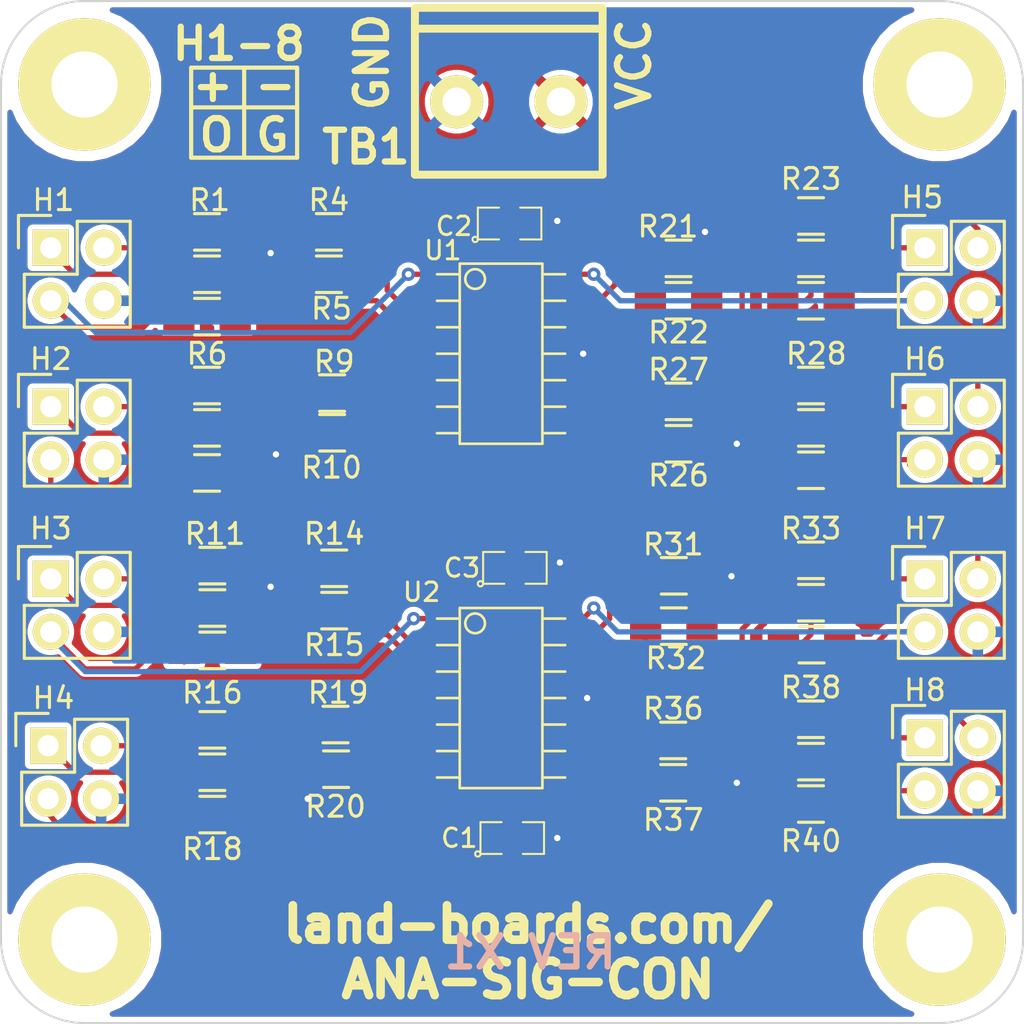
<source format=kicad_pcb>
(kicad_pcb (version 20171130) (host pcbnew "(5.1.5)-3")
  (layers (0 F.Cu signal hide) (31 B.Cu signal) (36 B.SilkS user) (37 F.SilkS user) (38 B.Mask user) (39 F.Mask user) (44 Edge.Cuts user))
  (net 0 "")
  (net 1 GND)
  (net 2 VAA)
  (net 3 "Net-(R1-Pad2)")
  (net 4 "Net-(R10-Pad2)")
  (net 5 "Net-(R11-Pad2)")
  (net 6 "Net-(R21-Pad2)")
  (net 7 "Net-(R31-Pad2)")
  (net 8 "Net-(R2-Pad2)")
  (net 9 "Net-(R12-Pad2)")
  (net 10 "Net-(R16-Pad2)")
  (net 11 "Net-(R17-Pad2)")
  (net 12 "Net-(R22-Pad2)")
  (net 13 "Net-(R26-Pad2)")
  (net 14 "Net-(R32-Pad2)")
  (net 15 "Net-(R36-Pad2)")
  (net 16 /I1+)
  (net 17 /I1-)
  (net 18 /O1)
  (net 19 /I2+)
  (net 20 /I2-)
  (net 21 /O2)
  (net 22 /I3+)
  (net 23 /I3-)
  (net 24 /O3)
  (net 25 /I4+)
  (net 26 /I4-)
  (net 27 /O4)
  (net 28 /I5+)
  (net 29 /I5-)
  (net 30 /O5)
  (net 31 /I6+)
  (net 32 /I6-)
  (net 33 /O6)
  (net 34 /I7+)
  (net 35 /I7-)
  (net 36 /O7)
  (net 37 /I8+)
  (net 38 /I8-)
  (net 39 /O8)
  (net 40 "Net-(R7-Pad2)")
  (net 41 "Net-(R27-Pad2)")
  (net 42 "Net-(R37-Pad2)")
  (module SM0805 (layer F.Cu) (at 54.638 52.178)
    (fp_text reference C3 (at -2.54 0) (layer F.SilkS) (effects (font (size 0.889 0.889) (thickness 0.1397))))
    (fp_text value C hide)
    (pad 1 smd rect (at -0.9525 0) (size 0.889 1.397) (layers F.Cu F.Mask) (net 2 VAA))
    (pad 2 smd rect (at 0.9525 0) (size 0.889 1.397) (layers F.Cu F.Mask) (net 1 GND))
  )
  (module SM0805 (layer F.Cu) (at 54.384 35.668)
    (fp_text reference C2 (at -2.667 0.127) (layer F.SilkS) (effects (font (size 0.889 0.889) (thickness 0.1397))))
    (fp_text value C hide)
    (pad 1 smd rect (at -0.9525 0) (size 0.889 1.397) (layers F.Cu F.Mask) (net 2 VAA))
    (pad 2 smd rect (at 0.9525 0) (size 0.889 1.397) (layers F.Cu F.Mask) (net 1 GND))
  )
  (module MTG-4-40 (layer F.Cu) (at 34 29)
    (fp_text reference MTG4 hide)
    (fp_text value CONN_1 hide)
    (pad 1 thru_hole circle (at 0 0) (size 6.35 6.35) (drill 3.175) (layers *.Cu *.Mask F.SilkS) (clearance 0.508))
  )
  (module MTG-4-40 (layer F.Cu) (at 75 29)
    (fp_text reference MTG3 hide)
    (fp_text value CONN_1 hide)
    (pad 1 thru_hole circle (at 0 0) (size 6.35 6.35) (drill 3.175) (layers *.Cu *.Mask F.SilkS) (clearance 0.508))
  )
  (module MTG-4-40 (layer F.Cu) (at 34 70)
    (fp_text reference MTG2 hide)
    (fp_text value CONN_1 hide)
    (pad 1 thru_hole circle (at 0 0) (size 6.35 6.35) (drill 3.175) (layers *.Cu *.Mask F.SilkS) (clearance 0.508))
  )
  (module MTG-4-40 (layer F.Cu) (at 75 70)
    (fp_text reference MTG1 hide)
    (fp_text value CONN_1 hide)
    (pad 1 thru_hole circle (at 0 0) (size 6.35 6.35) (drill 3.175) (layers *.Cu *.Mask F.SilkS) (clearance 0.508))
  )
  (module so-14 (layer F.Cu) (at 53.975 41.91 270)
    (fp_text reference U1 (at -4.953 2.794) (layer F.SilkS) (effects (font (size 0.889 0.889) (thickness 0.1397))))
    (fp_text value LM324N hide)
    (pad 1 smd rect (at -3.81 2.794 270) (size 0.635 1.27) (layers F.Cu F.Mask) (net 18 /O1))
    (pad 2 smd rect (at -2.54 2.794 270) (size 0.635 1.27) (layers F.Cu F.Mask) (net 3 "Net-(R1-Pad2)"))
    (pad 3 smd rect (at -1.27 2.794 270) (size 0.635 1.27) (layers F.Cu F.Mask) (net 8 "Net-(R2-Pad2)"))
    (pad 4 smd rect (at 0 2.794 270) (size 0.635 1.27) (layers F.Cu F.Mask) (net 2 VAA))
    (pad 5 smd rect (at 1.27 2.794 270) (size 0.635 1.27) (layers F.Cu F.Mask) (net 40 "Net-(R7-Pad2)"))
    (pad 6 smd rect (at 2.54 2.794 270) (size 0.635 1.27) (layers F.Cu F.Mask) (net 4 "Net-(R10-Pad2)"))
    (pad 7 smd rect (at 3.81 2.794 270) (size 0.635 1.27) (layers F.Cu F.Mask) (net 21 /O2))
    (pad 8 smd rect (at 3.81 -2.794 270) (size 0.635 1.27) (layers F.Cu F.Mask) (net 33 /O6))
    (pad 9 smd rect (at 2.54 -2.794 270) (size 0.635 1.27) (layers F.Cu F.Mask) (net 13 "Net-(R26-Pad2)"))
    (pad 10 smd rect (at 1.27 -2.794 270) (size 0.635 1.27) (layers F.Cu F.Mask) (net 41 "Net-(R27-Pad2)"))
    (pad 11 smd rect (at 0 -2.794 270) (size 0.635 1.27) (layers F.Cu F.Mask) (net 1 GND))
    (pad 12 smd rect (at -1.27 -2.794 270) (size 0.635 1.27) (layers F.Cu F.Mask) (net 12 "Net-(R22-Pad2)"))
    (pad 13 smd rect (at -2.54 -2.794 270) (size 0.635 1.27) (layers F.Cu F.Mask) (net 6 "Net-(R21-Pad2)"))
    (pad 14 smd rect (at -3.81 -2.794 270) (size 0.635 1.27) (layers F.Cu F.Mask) (net 30 /O5))
  )
  (module SM0805 (layer F.Cu) (at 54.511 65.132)
    (fp_text reference C1 (at -2.54 0) (layer F.SilkS) (effects (font (size 0.889 0.889) (thickness 0.1397))))
    (fp_text value C hide)
    (pad 1 smd rect (at -0.9525 0) (size 0.889 1.397) (layers F.Cu F.Mask) (net 2 VAA))
    (pad 2 smd rect (at 0.9525 0) (size 0.889 1.397) (layers F.Cu F.Mask) (net 1 GND))
  )
  (module so-14 (layer F.Cu) (at 53.975 58.42 270)
    (fp_text reference U2 (at -5.08 3.81) (layer F.SilkS) (effects (font (size 0.889 0.889) (thickness 0.1397))))
    (fp_text value LM324N hide)
    (pad 1 smd rect (at -3.81 2.794 270) (size 0.635 1.27) (layers F.Cu F.Mask) (net 24 /O3))
    (pad 2 smd rect (at -2.54 2.794 270) (size 0.635 1.27) (layers F.Cu F.Mask) (net 5 "Net-(R11-Pad2)"))
    (pad 3 smd rect (at -1.27 2.794 270) (size 0.635 1.27) (layers F.Cu F.Mask) (net 9 "Net-(R12-Pad2)"))
    (pad 4 smd rect (at 0 2.794 270) (size 0.635 1.27) (layers F.Cu F.Mask) (net 2 VAA))
    (pad 5 smd rect (at 1.27 2.794 270) (size 0.635 1.27) (layers F.Cu F.Mask) (net 11 "Net-(R17-Pad2)"))
    (pad 6 smd rect (at 2.54 2.794 270) (size 0.635 1.27) (layers F.Cu F.Mask) (net 10 "Net-(R16-Pad2)"))
    (pad 7 smd rect (at 3.81 2.794 270) (size 0.635 1.27) (layers F.Cu F.Mask) (net 27 /O4))
    (pad 8 smd rect (at 3.81 -2.794 270) (size 0.635 1.27) (layers F.Cu F.Mask) (net 39 /O8))
    (pad 9 smd rect (at 2.54 -2.794 270) (size 0.635 1.27) (layers F.Cu F.Mask) (net 42 "Net-(R37-Pad2)"))
    (pad 10 smd rect (at 1.27 -2.794 270) (size 0.635 1.27) (layers F.Cu F.Mask) (net 15 "Net-(R36-Pad2)"))
    (pad 11 smd rect (at 0 -2.794 270) (size 0.635 1.27) (layers F.Cu F.Mask) (net 1 GND))
    (pad 12 smd rect (at -1.27 -2.794 270) (size 0.635 1.27) (layers F.Cu F.Mask) (net 14 "Net-(R32-Pad2)"))
    (pad 13 smd rect (at -2.54 -2.794 270) (size 0.635 1.27) (layers F.Cu F.Mask) (net 7 "Net-(R31-Pad2)"))
    (pad 14 smd rect (at -3.81 -2.794 270) (size 0.635 1.27) (layers F.Cu F.Mask) (net 36 /O7))
  )
  (module dougsLib:TB2-5MM (layer F.Cu) (at 51.844 29.826)
    (fp_text reference TB1 (at -4.346 2.178) (layer F.SilkS) (effects (font (size 1.524 1.524) (thickness 0.3048))))
    (fp_text value CONN_2 hide)
    (pad 1 thru_hole circle (at 0 0) (size 2.54 2.54) (drill 1.3589) (layers *.Cu *.Mask F.SilkS) (net 1 GND))
    (pad 2 thru_hole circle (at 5 0) (size 2.54 2.54) (drill 1.3589) (layers *.Cu *.Mask F.SilkS) (net 2 VAA))
  )
  (module Resistors_SMD:R_0805_HandSoldering (layer F.Cu) (at 39.878 38.1)
    (fp_text reference R2 hide)
    (fp_text value 1K hide)
    (pad 1 smd rect (at -1.35 0) (size 1.5 1.3) (layers F.Cu F.Mask) (net 16 /I1+))
    (pad 2 smd rect (at 1.35 0) (size 1.5 1.3) (layers F.Cu F.Mask) (net 8 "Net-(R2-Pad2)"))
  )
  (module Resistors_SMD:R_0805_HandSoldering (layer F.Cu) (at 45.72 38.1)
    (fp_text reference R5 (at 0.127 1.651) (layer F.SilkS))
    (fp_text value 1K hide)
    (pad 1 smd rect (at -1.35 0) (size 1.5 1.3) (layers F.Cu F.Mask) (net 1 GND))
    (pad 2 smd rect (at 1.35 0) (size 1.5 1.3) (layers F.Cu F.Mask) (net 8 "Net-(R2-Pad2)"))
  )
  (module Resistors_SMD:R_0805_HandSoldering (layer F.Cu) (at 45.72 36.068)
    (fp_text reference R4 (at 0 -1.524) (layer F.SilkS))
    (fp_text value 1K hide)
    (pad 1 smd rect (at -1.35 0) (size 1.5 1.3) (layers F.Cu F.Mask) (net 1 GND))
    (pad 2 smd rect (at 1.35 0) (size 1.5 1.3) (layers F.Cu F.Mask) (net 3 "Net-(R1-Pad2)"))
  )
  (module Resistors_SMD:R_0805_HandSoldering (layer F.Cu) (at 39.878 36.068)
    (fp_text reference R1 (at 0.127 -1.524) (layer F.SilkS))
    (fp_text value 1K hide)
    (pad 1 smd rect (at -1.35 0) (size 1.5 1.3) (layers F.Cu F.Mask) (net 17 /I1-))
    (pad 2 smd rect (at 1.35 0) (size 1.5 1.3) (layers F.Cu F.Mask) (net 3 "Net-(R1-Pad2)"))
  )
  (module Resistors_SMD:R_0805_HandSoldering (layer F.Cu) (at 39.878 45.466)
    (fp_text reference R7 hide)
    (fp_text value 1K hide)
    (pad 1 smd rect (at -1.35 0) (size 1.5 1.3) (layers F.Cu F.Mask) (net 19 /I2+))
    (pad 2 smd rect (at 1.35 0) (size 1.5 1.3) (layers F.Cu F.Mask) (net 40 "Net-(R7-Pad2)"))
  )
  (module Resistors_SMD:R_0805_HandSoldering (layer F.Cu) (at 45.875 43.796)
    (fp_text reference R9 (at 0.099 -1.505) (layer F.SilkS))
    (fp_text value 1K hide)
    (pad 1 smd rect (at -1.35 0) (size 1.5 1.3) (layers F.Cu F.Mask) (net 1 GND))
    (pad 2 smd rect (at 1.35 0) (size 1.5 1.3) (layers F.Cu F.Mask) (net 40 "Net-(R7-Pad2)"))
  )
  (module Resistors_SMD:R_0805_HandSoldering (layer F.Cu) (at 45.875 45.701)
    (fp_text reference R10 (at -0.028 1.67) (layer F.SilkS))
    (fp_text value 1K hide)
    (pad 1 smd rect (at -1.35 0) (size 1.5 1.3) (layers F.Cu F.Mask) (net 1 GND))
    (pad 2 smd rect (at 1.35 0) (size 1.5 1.3) (layers F.Cu F.Mask) (net 4 "Net-(R10-Pad2)"))
  )
  (module Resistors_SMD:R_0805_HandSoldering (layer F.Cu) (at 39.878 43.434)
    (fp_text reference R6 (at 0 -1.524) (layer F.SilkS))
    (fp_text value 1K hide)
    (pad 1 smd rect (at -1.35 0) (size 1.5 1.3) (layers F.Cu F.Mask) (net 20 /I2-))
    (pad 2 smd rect (at 1.35 0) (size 1.5 1.3) (layers F.Cu F.Mask) (net 4 "Net-(R10-Pad2)"))
  )
  (module Resistors_SMD:R_0805_HandSoldering (layer F.Cu) (at 68.834 45.466 180)
    (fp_text reference R29 hide)
    (fp_text value 1K hide)
    (pad 1 smd rect (at -1.35 0 180) (size 1.5 1.3) (layers F.Cu F.Mask) (net 31 /I6+))
    (pad 2 smd rect (at 1.35 0 180) (size 1.5 1.3) (layers F.Cu F.Mask) (net 41 "Net-(R27-Pad2)"))
  )
  (module Resistors_SMD:R_0805_HandSoldering (layer F.Cu) (at 62.484 44.196 180)
    (fp_text reference R27 (at 0 1.524 180) (layer F.SilkS))
    (fp_text value 1K hide)
    (pad 1 smd rect (at -1.35 0 180) (size 1.5 1.3) (layers F.Cu F.Mask) (net 1 GND))
    (pad 2 smd rect (at 1.35 0 180) (size 1.5 1.3) (layers F.Cu F.Mask) (net 41 "Net-(R27-Pad2)"))
  )
  (module Resistors_SMD:R_0805_HandSoldering (layer F.Cu) (at 62.484 46.228 180)
    (fp_text reference R26 (at 0 -1.524 180) (layer F.SilkS))
    (fp_text value 1K hide)
    (pad 1 smd rect (at -1.35 0 180) (size 1.5 1.3) (layers F.Cu F.Mask) (net 1 GND))
    (pad 2 smd rect (at 1.35 0 180) (size 1.5 1.3) (layers F.Cu F.Mask) (net 13 "Net-(R26-Pad2)"))
  )
  (module Resistors_SMD:R_0805_HandSoldering (layer F.Cu) (at 68.834 43.434 180)
    (fp_text reference R28 (at -0.254 1.524 180) (layer F.SilkS))
    (fp_text value 1K hide)
    (pad 1 smd rect (at -1.35 0 180) (size 1.5 1.3) (layers F.Cu F.Mask) (net 32 /I6-))
    (pad 2 smd rect (at 1.35 0 180) (size 1.5 1.3) (layers F.Cu F.Mask) (net 13 "Net-(R26-Pad2)"))
  )
  (module Resistors_SMD:R_0805_HandSoldering (layer F.Cu) (at 68.834 37.338 180)
    (fp_text reference R24 hide)
    (fp_text value 1K hide)
    (pad 1 smd rect (at -1.35 0 180) (size 1.5 1.3) (layers F.Cu F.Mask) (net 28 /I5+))
    (pad 2 smd rect (at 1.35 0 180) (size 1.5 1.3) (layers F.Cu F.Mask) (net 12 "Net-(R22-Pad2)"))
  )
  (module Resistors_SMD:R_0805_HandSoldering (layer F.Cu) (at 62.484 39.37 180)
    (fp_text reference R22 (at 0 -1.524 180) (layer F.SilkS))
    (fp_text value 1K hide)
    (pad 1 smd rect (at -1.35 0 180) (size 1.5 1.3) (layers F.Cu F.Mask) (net 1 GND))
    (pad 2 smd rect (at 1.35 0 180) (size 1.5 1.3) (layers F.Cu F.Mask) (net 12 "Net-(R22-Pad2)"))
  )
  (module Resistors_SMD:R_0805_HandSoldering (layer F.Cu) (at 62.484 37.338 180)
    (fp_text reference R21 (at 0.508 1.524 180) (layer F.SilkS))
    (fp_text value 1K hide)
    (pad 1 smd rect (at -1.35 0 180) (size 1.5 1.3) (layers F.Cu F.Mask) (net 1 GND))
    (pad 2 smd rect (at 1.35 0 180) (size 1.5 1.3) (layers F.Cu F.Mask) (net 6 "Net-(R21-Pad2)"))
  )
  (module Resistors_SMD:R_0805_HandSoldering (layer F.Cu) (at 68.834 35.306 180)
    (fp_text reference R23 (at 0 1.778 180) (layer F.SilkS))
    (fp_text value 1K hide)
    (pad 1 smd rect (at -1.35 0 180) (size 1.5 1.3) (layers F.Cu F.Mask) (net 29 /I5-))
    (pad 2 smd rect (at 1.35 0 180) (size 1.5 1.3) (layers F.Cu F.Mask) (net 6 "Net-(R21-Pad2)"))
  )
  (module Resistors_SMD:R_0805_HandSoldering (layer F.Cu) (at 39.878 47.625 180)
    (fp_text reference R8 hide)
    (fp_text value 1M hide)
    (pad 1 smd rect (at -1.35 0 180) (size 1.5 1.3) (layers F.Cu F.Mask) (net 4 "Net-(R10-Pad2)"))
    (pad 2 smd rect (at 1.35 0 180) (size 1.5 1.3) (layers F.Cu F.Mask) (net 21 /O2))
  )
  (module Resistors_SMD:R_0805_HandSoldering (layer F.Cu) (at 39.878 40.132 180)
    (fp_text reference R3 hide)
    (fp_text value 1M hide)
    (pad 1 smd rect (at -1.35 0 180) (size 1.5 1.3) (layers F.Cu F.Mask) (net 3 "Net-(R1-Pad2)"))
    (pad 2 smd rect (at 1.35 0 180) (size 1.5 1.3) (layers F.Cu F.Mask) (net 18 /O1))
  )
  (module Resistors_SMD:R_0805_HandSoldering (layer F.Cu) (at 68.834 39.37)
    (fp_text reference R25 hide)
    (fp_text value 1M hide)
    (pad 1 smd rect (at -1.35 0) (size 1.5 1.3) (layers F.Cu F.Mask) (net 6 "Net-(R21-Pad2)"))
    (pad 2 smd rect (at 1.35 0) (size 1.5 1.3) (layers F.Cu F.Mask) (net 30 /O5))
  )
  (module Resistors_SMD:R_0805_HandSoldering (layer F.Cu) (at 68.834 47.498)
    (fp_text reference R30 hide)
    (fp_text value 1M hide)
    (pad 1 smd rect (at -1.35 0) (size 1.5 1.3) (layers F.Cu F.Mask) (net 13 "Net-(R26-Pad2)"))
    (pad 2 smd rect (at 1.35 0) (size 1.5 1.3) (layers F.Cu F.Mask) (net 33 /O6))
  )
  (module Resistors_SMD:R_0805_HandSoldering (layer F.Cu) (at 40.132 54.102)
    (fp_text reference R12 hide)
    (fp_text value 1K hide)
    (pad 1 smd rect (at -1.35 0) (size 1.5 1.3) (layers F.Cu F.Mask) (net 22 /I3+))
    (pad 2 smd rect (at 1.35 0) (size 1.5 1.3) (layers F.Cu F.Mask) (net 9 "Net-(R12-Pad2)"))
  )
  (module Resistors_SMD:R_0805_HandSoldering (layer F.Cu) (at 45.974 54.229)
    (fp_text reference R15 (at 0 1.651) (layer F.SilkS))
    (fp_text value 1K hide)
    (pad 1 smd rect (at -1.35 0) (size 1.5 1.3) (layers F.Cu F.Mask) (net 1 GND))
    (pad 2 smd rect (at 1.35 0) (size 1.5 1.3) (layers F.Cu F.Mask) (net 9 "Net-(R12-Pad2)"))
  )
  (module Resistors_SMD:R_0805_HandSoldering (layer F.Cu) (at 45.974 52.197)
    (fp_text reference R14 (at 0 -1.651) (layer F.SilkS))
    (fp_text value 1K hide)
    (pad 1 smd rect (at -1.35 0) (size 1.5 1.3) (layers F.Cu F.Mask) (net 1 GND))
    (pad 2 smd rect (at 1.35 0) (size 1.5 1.3) (layers F.Cu F.Mask) (net 5 "Net-(R11-Pad2)"))
  )
  (module Resistors_SMD:R_0805_HandSoldering (layer F.Cu) (at 40.132 52.07)
    (fp_text reference R11 (at 0.127 -1.524) (layer F.SilkS))
    (fp_text value 1K hide)
    (pad 1 smd rect (at -1.35 0) (size 1.5 1.3) (layers F.Cu F.Mask) (net 23 /I3-))
    (pad 2 smd rect (at 1.35 0) (size 1.5 1.3) (layers F.Cu F.Mask) (net 5 "Net-(R11-Pad2)"))
  )
  (module Resistors_SMD:R_0805_HandSoldering (layer F.Cu) (at 40.132 61.976)
    (fp_text reference R17 hide)
    (fp_text value 1K hide)
    (pad 1 smd rect (at -1.35 0) (size 1.5 1.3) (layers F.Cu F.Mask) (net 25 /I4+))
    (pad 2 smd rect (at 1.35 0) (size 1.5 1.3) (layers F.Cu F.Mask) (net 11 "Net-(R17-Pad2)"))
  )
  (module Resistors_SMD:R_0805_HandSoldering (layer F.Cu) (at 46.0375 59.69)
    (fp_text reference R19 (at 0.127 -1.524) (layer F.SilkS))
    (fp_text value 1K hide)
    (pad 1 smd rect (at -1.35 0) (size 1.5 1.3) (layers F.Cu F.Mask) (net 1 GND))
    (pad 2 smd rect (at 1.35 0) (size 1.5 1.3) (layers F.Cu F.Mask) (net 11 "Net-(R17-Pad2)"))
  )
  (module Resistors_SMD:R_0805_HandSoldering (layer F.Cu) (at 46.0655 61.83)
    (fp_text reference R20 (at -0.028 1.797) (layer F.SilkS))
    (fp_text value 1K hide)
    (pad 1 smd rect (at -1.35 0) (size 1.5 1.3) (layers F.Cu F.Mask) (net 1 GND))
    (pad 2 smd rect (at 1.35 0) (size 1.5 1.3) (layers F.Cu F.Mask) (net 10 "Net-(R16-Pad2)"))
  )
  (module Resistors_SMD:R_0805_HandSoldering (layer F.Cu) (at 40.132 59.944)
    (fp_text reference R16 (at 0 -1.778) (layer F.SilkS))
    (fp_text value 1K hide)
    (pad 1 smd rect (at -1.35 0) (size 1.5 1.3) (layers F.Cu F.Mask) (net 26 /I4-))
    (pad 2 smd rect (at 1.35 0) (size 1.5 1.3) (layers F.Cu F.Mask) (net 10 "Net-(R16-Pad2)"))
  )
  (module Resistors_SMD:R_0805_HandSoldering (layer F.Cu) (at 68.834 61.468 180)
    (fp_text reference R39 hide)
    (fp_text value 1K hide)
    (pad 1 smd rect (at -1.35 0 180) (size 1.5 1.3) (layers F.Cu F.Mask) (net 37 /I8+))
    (pad 2 smd rect (at 1.35 0 180) (size 1.5 1.3) (layers F.Cu F.Mask) (net 15 "Net-(R36-Pad2)"))
  )
  (module Resistors_SMD:R_0805_HandSoldering (layer F.Cu) (at 62.23 60.452 180)
    (fp_text reference R36 (at 0 1.524 180) (layer F.SilkS))
    (fp_text value 1K hide)
    (pad 1 smd rect (at -1.35 0 180) (size 1.5 1.3) (layers F.Cu F.Mask) (net 1 GND))
    (pad 2 smd rect (at 1.35 0 180) (size 1.5 1.3) (layers F.Cu F.Mask) (net 15 "Net-(R36-Pad2)"))
  )
  (module Resistors_SMD:R_0805_HandSoldering (layer F.Cu) (at 62.23 62.484 180)
    (fp_text reference R37 (at 0 -1.778 180) (layer F.SilkS))
    (fp_text value 1K hide)
    (pad 1 smd rect (at -1.35 0 180) (size 1.5 1.3) (layers F.Cu F.Mask) (net 1 GND))
    (pad 2 smd rect (at 1.35 0 180) (size 1.5 1.3) (layers F.Cu F.Mask) (net 42 "Net-(R37-Pad2)"))
  )
  (module Resistors_SMD:R_0805_HandSoldering (layer F.Cu) (at 68.834 59.436 180)
    (fp_text reference R38 (at 0 1.524 180) (layer F.SilkS))
    (fp_text value 1K hide)
    (pad 1 smd rect (at -1.35 0 180) (size 1.5 1.3) (layers F.Cu F.Mask) (net 38 /I8-))
    (pad 2 smd rect (at 1.35 0 180) (size 1.5 1.3) (layers F.Cu F.Mask) (net 42 "Net-(R37-Pad2)"))
  )
  (module Resistors_SMD:R_0805_HandSoldering (layer F.Cu) (at 68.834 53.848 180)
    (fp_text reference R34 hide)
    (fp_text value 1K hide)
    (pad 1 smd rect (at -1.35 0 180) (size 1.5 1.3) (layers F.Cu F.Mask) (net 34 /I7+))
    (pad 2 smd rect (at 1.35 0 180) (size 1.5 1.3) (layers F.Cu F.Mask) (net 14 "Net-(R32-Pad2)"))
  )
  (module Resistors_SMD:R_0805_HandSoldering (layer F.Cu) (at 62.258 54.972 180)
    (fp_text reference R32 (at -0.099 -1.543 180) (layer F.SilkS))
    (fp_text value 1K hide)
    (pad 1 smd rect (at -1.35 0 180) (size 1.5 1.3) (layers F.Cu F.Mask) (net 1 GND))
    (pad 2 smd rect (at 1.35 0 180) (size 1.5 1.3) (layers F.Cu F.Mask) (net 14 "Net-(R32-Pad2)"))
  )
  (module Resistors_SMD:R_0805_HandSoldering (layer F.Cu) (at 62.258 52.559 180)
    (fp_text reference R31 (at 0.028 1.505 180) (layer F.SilkS))
    (fp_text value 1K hide)
    (pad 1 smd rect (at -1.35 0 180) (size 1.5 1.3) (layers F.Cu F.Mask) (net 1 GND))
    (pad 2 smd rect (at 1.35 0 180) (size 1.5 1.3) (layers F.Cu F.Mask) (net 7 "Net-(R31-Pad2)"))
  )
  (module Resistors_SMD:R_0805_HandSoldering (layer F.Cu) (at 68.834 51.816 180)
    (fp_text reference R33 (at 0 1.524 180) (layer F.SilkS))
    (fp_text value 1K hide)
    (pad 1 smd rect (at -1.35 0 180) (size 1.5 1.3) (layers F.Cu F.Mask) (net 35 /I7-))
    (pad 2 smd rect (at 1.35 0 180) (size 1.5 1.3) (layers F.Cu F.Mask) (net 7 "Net-(R31-Pad2)"))
  )
  (module Resistors_SMD:R_0805_HandSoldering (layer F.Cu) (at 40.132 64.008 180)
    (fp_text reference R18 (at 0 -1.651 180) (layer F.SilkS))
    (fp_text value 1M hide)
    (pad 1 smd rect (at -1.35 0 180) (size 1.5 1.3) (layers F.Cu F.Mask) (net 10 "Net-(R16-Pad2)"))
    (pad 2 smd rect (at 1.35 0 180) (size 1.5 1.3) (layers F.Cu F.Mask) (net 27 /O4))
  )
  (module Resistors_SMD:R_0805_HandSoldering (layer F.Cu) (at 68.834 63.5)
    (fp_text reference R40 (at 0 1.778) (layer F.SilkS))
    (fp_text value 1M hide)
    (pad 1 smd rect (at -1.35 0) (size 1.5 1.3) (layers F.Cu F.Mask) (net 42 "Net-(R37-Pad2)"))
    (pad 2 smd rect (at 1.35 0) (size 1.5 1.3) (layers F.Cu F.Mask) (net 39 /O8))
  )
  (module Resistors_SMD:R_0805_HandSoldering (layer F.Cu) (at 40.132 56.134 180)
    (fp_text reference R13 hide)
    (fp_text value 1M hide)
    (pad 1 smd rect (at -1.35 0 180) (size 1.5 1.3) (layers F.Cu F.Mask) (net 5 "Net-(R11-Pad2)"))
    (pad 2 smd rect (at 1.35 0 180) (size 1.5 1.3) (layers F.Cu F.Mask) (net 24 /O3))
  )
  (module Resistors_SMD:R_0805_HandSoldering (layer F.Cu) (at 68.862 55.861)
    (fp_text reference R35 hide)
    (fp_text value 1M hide)
    (pad 1 smd rect (at -1.35 0) (size 1.5 1.3) (layers F.Cu F.Mask) (net 7 "Net-(R31-Pad2)"))
    (pad 2 smd rect (at 1.35 0) (size 1.5 1.3) (layers F.Cu F.Mask) (net 36 /O7))
  )
  (module Pin_Headers:Pin_Header_Straight_2x02 (layer F.Cu) (at 32.385 36.83)
    (fp_text reference H1 (at 0.127 -2.286) (layer F.SilkS))
    (fp_text value CONN_01X04 hide)
    (pad 1 thru_hole rect (at 0 0) (size 1.7272 1.7272) (drill 1.016) (layers *.Cu *.Mask F.SilkS) (net 16 /I1+))
    (pad 2 thru_hole oval (at 2.54 0) (size 1.7272 1.7272) (drill 1.016) (layers *.Cu *.Mask F.SilkS) (net 17 /I1-))
    (pad 3 thru_hole oval (at 0 2.54) (size 1.7272 1.7272) (drill 1.016) (layers *.Cu *.Mask F.SilkS) (net 18 /O1))
    (pad 4 thru_hole oval (at 2.54 2.54) (size 1.7272 1.7272) (drill 1.016) (layers *.Cu *.Mask F.SilkS) (net 1 GND))
  )
  (module Pin_Headers:Pin_Header_Straight_2x02 (layer F.Cu) (at 32.385 44.45)
    (fp_text reference H2 (at 0 -2.286) (layer F.SilkS))
    (fp_text value CONN_01X04 hide)
    (pad 1 thru_hole rect (at 0 0) (size 1.7272 1.7272) (drill 1.016) (layers *.Cu *.Mask F.SilkS) (net 19 /I2+))
    (pad 2 thru_hole oval (at 2.54 0) (size 1.7272 1.7272) (drill 1.016) (layers *.Cu *.Mask F.SilkS) (net 20 /I2-))
    (pad 3 thru_hole oval (at 0 2.54) (size 1.7272 1.7272) (drill 1.016) (layers *.Cu *.Mask F.SilkS) (net 21 /O2))
    (pad 4 thru_hole oval (at 2.54 2.54) (size 1.7272 1.7272) (drill 1.016) (layers *.Cu *.Mask F.SilkS) (net 1 GND))
  )
  (module Pin_Headers:Pin_Header_Straight_2x02 (layer F.Cu) (at 74.295 36.83)
    (fp_text reference H5 (at -0.127 -2.413) (layer F.SilkS))
    (fp_text value CONN_01X04 hide)
    (pad 1 thru_hole rect (at 0 0) (size 1.7272 1.7272) (drill 1.016) (layers *.Cu *.Mask F.SilkS) (net 28 /I5+))
    (pad 2 thru_hole oval (at 2.54 0) (size 1.7272 1.7272) (drill 1.016) (layers *.Cu *.Mask F.SilkS) (net 29 /I5-))
    (pad 3 thru_hole oval (at 0 2.54) (size 1.7272 1.7272) (drill 1.016) (layers *.Cu *.Mask F.SilkS) (net 30 /O5))
    (pad 4 thru_hole oval (at 2.54 2.54) (size 1.7272 1.7272) (drill 1.016) (layers *.Cu *.Mask F.SilkS) (net 1 GND))
  )
  (module Pin_Headers:Pin_Header_Straight_2x02 (layer F.Cu) (at 74.295 44.45)
    (fp_text reference H6 (at 0 -2.286) (layer F.SilkS))
    (fp_text value CONN_01X04 hide)
    (pad 1 thru_hole rect (at 0 0) (size 1.7272 1.7272) (drill 1.016) (layers *.Cu *.Mask F.SilkS) (net 31 /I6+))
    (pad 2 thru_hole oval (at 2.54 0) (size 1.7272 1.7272) (drill 1.016) (layers *.Cu *.Mask F.SilkS) (net 32 /I6-))
    (pad 3 thru_hole oval (at 0 2.54) (size 1.7272 1.7272) (drill 1.016) (layers *.Cu *.Mask F.SilkS) (net 33 /O6))
    (pad 4 thru_hole oval (at 2.54 2.54) (size 1.7272 1.7272) (drill 1.016) (layers *.Cu *.Mask F.SilkS) (net 1 GND))
  )
  (module Pin_Headers:Pin_Header_Straight_2x02 (layer F.Cu) (at 32.385 52.705)
    (fp_text reference H3 (at 0 -2.413) (layer F.SilkS))
    (fp_text value CONN_01X04 hide)
    (pad 1 thru_hole rect (at 0 0) (size 1.7272 1.7272) (drill 1.016) (layers *.Cu *.Mask F.SilkS) (net 22 /I3+))
    (pad 2 thru_hole oval (at 2.54 0) (size 1.7272 1.7272) (drill 1.016) (layers *.Cu *.Mask F.SilkS) (net 23 /I3-))
    (pad 3 thru_hole oval (at 0 2.54) (size 1.7272 1.7272) (drill 1.016) (layers *.Cu *.Mask F.SilkS) (net 24 /O3))
    (pad 4 thru_hole oval (at 2.54 2.54) (size 1.7272 1.7272) (drill 1.016) (layers *.Cu *.Mask F.SilkS) (net 1 GND))
  )
  (module Pin_Headers:Pin_Header_Straight_2x02 (layer F.Cu) (at 32.258 60.706)
    (fp_text reference H4 (at 0.254 -2.286) (layer F.SilkS))
    (fp_text value CONN_01X04 hide)
    (pad 1 thru_hole rect (at 0 0) (size 1.7272 1.7272) (drill 1.016) (layers *.Cu *.Mask F.SilkS) (net 25 /I4+))
    (pad 2 thru_hole oval (at 2.54 0) (size 1.7272 1.7272) (drill 1.016) (layers *.Cu *.Mask F.SilkS) (net 26 /I4-))
    (pad 3 thru_hole oval (at 0 2.54) (size 1.7272 1.7272) (drill 1.016) (layers *.Cu *.Mask F.SilkS) (net 27 /O4))
    (pad 4 thru_hole oval (at 2.54 2.54) (size 1.7272 1.7272) (drill 1.016) (layers *.Cu *.Mask F.SilkS) (net 1 GND))
  )
  (module Pin_Headers:Pin_Header_Straight_2x02 (layer F.Cu) (at 74.295 60.325)
    (fp_text reference H8 (at 0 -2.286) (layer F.SilkS))
    (fp_text value CONN_01X04 hide)
    (pad 1 thru_hole rect (at 0 0) (size 1.7272 1.7272) (drill 1.016) (layers *.Cu *.Mask F.SilkS) (net 37 /I8+))
    (pad 2 thru_hole oval (at 2.54 0) (size 1.7272 1.7272) (drill 1.016) (layers *.Cu *.Mask F.SilkS) (net 38 /I8-))
    (pad 3 thru_hole oval (at 0 2.54) (size 1.7272 1.7272) (drill 1.016) (layers *.Cu *.Mask F.SilkS) (net 39 /O8))
    (pad 4 thru_hole oval (at 2.54 2.54) (size 1.7272 1.7272) (drill 1.016) (layers *.Cu *.Mask F.SilkS) (net 1 GND))
  )
  (module Pin_Headers:Pin_Header_Straight_2x02 (layer F.Cu) (at 74.295 52.705)
    (fp_text reference H7 (at 0 -2.413) (layer F.SilkS))
    (fp_text value CONN_01X04 hide)
    (pad 1 thru_hole rect (at 0 0) (size 1.7272 1.7272) (drill 1.016) (layers *.Cu *.Mask F.SilkS) (net 34 /I7+))
    (pad 2 thru_hole oval (at 2.54 0) (size 1.7272 1.7272) (drill 1.016) (layers *.Cu *.Mask F.SilkS) (net 35 /I7-))
    (pad 3 thru_hole oval (at 0 2.54) (size 1.7272 1.7272) (drill 1.016) (layers *.Cu *.Mask F.SilkS) (net 36 /O7))
    (pad 4 thru_hole oval (at 2.54 2.54) (size 1.7272 1.7272) (drill 1.016) (layers *.Cu *.Mask F.SilkS) (net 1 GND))
  )
  (gr_text H1-8 (at 41.402 27.051) (layer F.SilkS) (effects (font (size 1.5 1.5) (thickness 0.3))))
  (gr_line (start 44.196 30.099) (end 39.116 30.099) (angle 90) (layer F.SilkS) (width 0.2))
  (gr_line (start 41.656 32.512) (end 41.656 28.194) (angle 90) (layer F.SilkS) (width 0.2))
  (gr_line (start 39.116 28.194) (end 39.116 32.512) (angle 90) (layer F.SilkS) (width 0.2))
  (gr_line (start 44.196 32.512) (end 44.196 28.194) (angle 90) (layer F.SilkS) (width 0.2))
  (gr_line (start 44.196 28.194) (end 39.116 28.194) (angle 90) (layer F.SilkS) (width 0.2))
  (gr_line (start 39.116 32.512) (end 44.196 32.512) (angle 90) (layer F.SilkS) (width 0.2))
  (gr_text "+ -\nO G" (at 41.656 30.226) (layer F.SilkS) (effects (font (size 1.5 1.5) (thickness 0.3))))
  (gr_text "REV X1" (at 55.372 70.612) (layer B.SilkS) (effects (font (size 1.5 1.5) (thickness 0.3)) (justify mirror)))
  (gr_text VCC (at 60.353 28.048 90) (layer F.SilkS) (effects (font (size 1.5 1.5) (thickness 0.3))))
  (gr_text GND (at 47.78 27.921 90) (layer F.SilkS) (effects (font (size 1.5 1.5) (thickness 0.3))))
  (gr_text "land-boards.com/\nANA-SIG-CON" (at 55.273 70.593) (layer F.SilkS) (effects (font (size 1.651 1.651) (thickness 0.41275))))
  (gr_line (start 79 70) (end 79 29) (angle 90) (layer Edge.Cuts) (width 0.1))
  (gr_line (start 75 74) (end 34 74) (angle 90) (layer Edge.Cuts) (width 0.1))
  (gr_line (start 30 70) (end 30 29) (angle 90) (layer Edge.Cuts) (width 0.1))
  (gr_arc (start 34 70) (end 34 74) (angle 90) (layer Edge.Cuts) (width 0.1))
  (gr_line (start 75 25) (end 34 25) (angle 90) (layer Edge.Cuts) (width 0.1))
  (gr_arc (start 75 70) (end 79 70) (angle 90) (layer Edge.Cuts) (width 0.1))
  (gr_arc (start 75 29) (end 75 25) (angle 90) (layer Edge.Cuts) (width 0.1))
  (gr_arc (start 34 29) (end 30 29) (angle 90) (layer Edge.Cuts) (width 0.1))
  (segment (start 63.58 62.484) (end 65.278 62.484) (width 0.254) (layer F.Cu) (net 1))
  (via (at 65.278 62.484) (size 0.635) (layers F.Cu B.Cu) (net 1))
  (segment (start 63.834 44.196) (end 63.834 46.228) (width 0.254) (layer F.Cu) (net 1))
  (segment (start 44.6875 59.69) (end 44.196 59.69) (width 0.254) (layer F.Cu) (net 1))
  (segment (start 44.7155 61.83) (end 44.304 61.83) (width 0.254) (layer F.Cu) (net 1))
  (segment (start 63.58 60.452) (end 63.58 62.484) (width 0.254) (layer F.Cu) (net 1))
  (segment (start 63.834 46.228) (end 65.278 46.228) (width 0.254) (layer F.Cu) (net 1))
  (via (at 65.278 46.228) (size 0.635) (layers F.Cu B.Cu) (net 1))
  (segment (start 63.608 52.559) (end 65.005 52.559) (width 0.254) (layer F.Cu) (net 1))
  (via (at 65.024 52.578) (size 0.635) (layers F.Cu B.Cu) (net 1))
  (segment (start 65.005 52.559) (end 65.024 52.578) (width 0.254) (layer F.Cu) (net 1))
  (segment (start 63.834 37.338) (end 63.834 36.148) (width 0.254) (layer F.Cu) (net 1))
  (via (at 63.754 36.068) (size 0.635) (layers F.Cu B.Cu) (net 1))
  (segment (start 63.834 36.148) (end 63.754 36.068) (width 0.254) (layer F.Cu) (net 1))
  (segment (start 63.834 39.37) (end 63.834 37.338) (width 0.254) (layer F.Cu) (net 1))
  (segment (start 44.7155 61.83) (end 44.088 61.83) (width 0.254) (layer F.Cu) (net 1))
  (segment (start 44.6875 61.802) (end 44.7155 61.83) (width 0.254) (layer F.Cu) (net 1))
  (segment (start 44.525 45.701) (end 44.215 45.701) (width 0.254) (layer F.Cu) (net 1))
  (segment (start 44.215 45.701) (end 43.18 46.736) (width 0.254) (layer F.Cu) (net 1))
  (via (at 43.18 46.736) (size 0.635) (layers F.Cu B.Cu) (net 1))
  (segment (start 44.525 43.796) (end 44.525 45.701) (width 0.254) (layer F.Cu) (net 1))
  (segment (start 44.525 43.796) (end 43.961 43.796) (width 0.254) (layer F.Cu) (net 1))
  (segment (start 44.7155 61.83) (end 44.3675 61.83) (width 0.254) (layer F.Cu) (net 1))
  (segment (start 44.6875 59.69) (end 44.2595 59.69) (width 0.254) (layer F.Cu) (net 1))
  (segment (start 44.624 52.197) (end 43.942 52.197) (width 0.254) (layer F.Cu) (net 1))
  (segment (start 43.942 52.197) (end 42.926 53.086) (width 0.254) (layer F.Cu) (net 1))
  (segment (start 44.624 54.229) (end 44.069 54.229) (width 0.254) (layer F.Cu) (net 1))
  (segment (start 44.069 54.229) (end 42.926 53.086) (width 0.254) (layer F.Cu) (net 1))
  (via (at 42.926 53.086) (size 0.635) (layers F.Cu B.Cu) (net 1))
  (segment (start 44.37 36.068) (end 43.942 36.068) (width 0.254) (layer F.Cu) (net 1))
  (segment (start 43.942 36.068) (end 42.926 37.084) (width 0.254) (layer F.Cu) (net 1))
  (segment (start 44.37 38.1) (end 43.942 38.1) (width 0.254) (layer F.Cu) (net 1))
  (segment (start 43.942 38.1) (end 42.926 37.084) (width 0.254) (layer F.Cu) (net 1))
  (via (at 42.926 37.084) (size 0.635) (layers F.Cu B.Cu) (net 1))
  (segment (start 56.769 41.91) (end 57.912 41.91) (width 0.254) (layer F.Cu) (net 1))
  (via (at 57.912 41.91) (size 0.635) (layers F.Cu B.Cu) (net 1))
  (segment (start 55.5905 52.178) (end 56.543 52.178) (width 0.254) (layer F.Cu) (net 1))
  (via (at 56.797 51.924) (size 0.635) (layers F.Cu B.Cu) (net 1))
  (segment (start 56.543 52.178) (end 56.797 51.924) (width 0.254) (layer F.Cu) (net 1))
  (segment (start 63.608 54.972) (end 63.608 53.067) (width 0.254) (layer F.Cu) (net 1))
  (segment (start 55.4635 65.132) (end 56.67 65.132) (width 0.254) (layer F.Cu) (net 1))
  (via (at 56.67 65.132) (size 0.635) (layers F.Cu B.Cu) (net 1))
  (segment (start 55.3365 35.668) (end 56.543 35.668) (width 0.254) (layer F.Cu) (net 1))
  (via (at 56.67 35.541) (size 0.635) (layers F.Cu B.Cu) (net 1))
  (segment (start 56.543 35.668) (end 56.67 35.541) (width 0.254) (layer F.Cu) (net 1))
  (via (at 58.1025 58.42) (size 0.635) (layers F.Cu B.Cu) (net 1))
  (segment (start 56.769 58.42) (end 58.1025 58.42) (width 0.254) (layer F.Cu) (net 1))
  (segment (start 44.6875 61.802) (end 44.7155 61.83) (width 0.254) (layer F.Cu) (net 1))
  (segment (start 44.6875 59.69) (end 44.6875 61.802) (width 0.254) (layer F.Cu) (net 1))
  (segment (start 44.7155 63.2345) (end 44.704 63.246) (width 0.254) (layer F.Cu) (net 1))
  (via (at 44.704 63.246) (size 0.635) (layers F.Cu B.Cu) (net 1))
  (segment (start 44.7155 61.83) (end 44.7155 63.2345) (width 0.254) (layer F.Cu) (net 1))
  (segment (start 51.181 39.37) (end 49.022 39.37) (width 0.254) (layer F.Cu) (net 3))
  (segment (start 48.514 36.322) (end 48.26 36.068) (width 0.254) (layer F.Cu) (net 3))
  (segment (start 48.514 38.862) (end 48.514 36.322) (width 0.254) (layer F.Cu) (net 3))
  (segment (start 49.022 39.37) (end 48.514 38.862) (width 0.254) (layer F.Cu) (net 3))
  (segment (start 48.26 36.068) (end 47.07 36.068) (width 0.254) (layer F.Cu) (net 3))
  (segment (start 41.228 36.068) (end 41.228 35.48) (width 0.254) (layer F.Cu) (net 3))
  (segment (start 41.228 35.48) (end 41.91 34.798) (width 0.254) (layer F.Cu) (net 3))
  (segment (start 47.07 35.132) (end 47.07 36.068) (width 0.254) (layer F.Cu) (net 3))
  (segment (start 46.736 34.798) (end 47.07 35.132) (width 0.254) (layer F.Cu) (net 3))
  (segment (start 41.91 34.798) (end 46.736 34.798) (width 0.254) (layer F.Cu) (net 3))
  (segment (start 47.07 36.068) (end 47.752 36.068) (width 0.254) (layer F.Cu) (net 3))
  (segment (start 41.228 40.132) (end 40.132 40.132) (width 0.254) (layer F.Cu) (net 3))
  (segment (start 40.132 36.068) (end 41.228 36.068) (width 0.254) (layer F.Cu) (net 3))
  (segment (start 39.878 36.322) (end 40.132 36.068) (width 0.254) (layer F.Cu) (net 3))
  (segment (start 39.878 39.878) (end 39.878 36.322) (width 0.254) (layer F.Cu) (net 3))
  (segment (start 40.132 40.132) (end 39.878 39.878) (width 0.254) (layer F.Cu) (net 3))
  (segment (start 41.228 43.434) (end 40.132 43.434) (width 0.254) (layer F.Cu) (net 4))
  (segment (start 40.259 47.625) (end 41.228 47.625) (width 0.254) (layer F.Cu) (net 4))
  (segment (start 39.878 47.244) (end 40.259 47.625) (width 0.254) (layer F.Cu) (net 4))
  (segment (start 39.878 43.688) (end 39.878 47.244) (width 0.254) (layer F.Cu) (net 4))
  (segment (start 40.132 43.434) (end 39.878 43.688) (width 0.254) (layer F.Cu) (net 4))
  (segment (start 51.181 44.45) (end 50.038 44.45) (width 0.254) (layer F.Cu) (net 4))
  (segment (start 48.787 45.701) (end 47.225 45.701) (width 0.254) (layer F.Cu) (net 4))
  (segment (start 50.038 44.45) (end 48.787 45.701) (width 0.254) (layer F.Cu) (net 4))
  (segment (start 41.228 47.625) (end 46.256 47.606) (width 0.254) (layer F.Cu) (net 4))
  (segment (start 46.256 47.606) (end 47.225 46.637) (width 0.254) (layer F.Cu) (net 4))
  (segment (start 47.225 46.637) (end 47.225 45.701) (width 0.254) (layer F.Cu) (net 4))
  (segment (start 47.324 52.197) (end 48.641 52.197) (width 0.254) (layer F.Cu) (net 5))
  (segment (start 48.641 52.197) (end 48.895 52.451) (width 0.254) (layer F.Cu) (net 5))
  (segment (start 47.324 51.388) (end 47.324 52.197) (width 0.254) (layer F.Cu) (net 5))
  (segment (start 46.736 50.8) (end 47.324 51.388) (width 0.254) (layer F.Cu) (net 5))
  (segment (start 47.324 52.197) (end 47.879 52.197) (width 0.254) (layer F.Cu) (net 5))
  (segment (start 49.784 55.88) (end 51.181 55.88) (width 0.254) (layer F.Cu) (net 5))
  (segment (start 48.895 52.451) (end 48.895 54.991) (width 0.254) (layer F.Cu) (net 5))
  (segment (start 48.895 54.991) (end 49.784 55.88) (width 0.254) (layer F.Cu) (net 5))
  (segment (start 47.324 52.197) (end 47.752 52.197) (width 0.254) (layer F.Cu) (net 5))
  (segment (start 42.164 50.8) (end 46.736 50.8) (width 0.254) (layer F.Cu) (net 5))
  (segment (start 41.482 51.482) (end 42.164 50.8) (width 0.254) (layer F.Cu) (net 5))
  (segment (start 41.482 52.07) (end 40.386 52.07) (width 0.254) (layer F.Cu) (net 5))
  (segment (start 40.386 52.07) (end 40.259 52.197) (width 0.254) (layer F.Cu) (net 5))
  (segment (start 41.482 52.07) (end 40.767 52.07) (width 0.254) (layer F.Cu) (net 5))
  (segment (start 40.259 52.197) (end 40.259 56.007) (width 0.254) (layer F.Cu) (net 5))
  (segment (start 40.386 56.134) (end 41.482 56.134) (width 0.254) (layer F.Cu) (net 5))
  (segment (start 40.259 56.007) (end 40.386 56.134) (width 0.254) (layer F.Cu) (net 5))
  (segment (start 51.181 55.88) (end 50.927 55.88) (width 0.254) (layer F.Cu) (net 5))
  (segment (start 41.482 52.07) (end 41.482 51.482) (width 0.254) (layer F.Cu) (net 5))
  (segment (start 67.484 35.306) (end 61.722 35.306) (width 0.254) (layer F.Cu) (net 6))
  (segment (start 61.722 35.306) (end 60.96 36.068) (width 0.254) (layer F.Cu) (net 6))
  (segment (start 68.58 35.306) (end 67.484 35.306) (width 0.254) (layer F.Cu) (net 6))
  (segment (start 56.769 39.37) (end 58.674 39.37) (width 0.254) (layer F.Cu) (net 6))
  (segment (start 60.198 37.338) (end 61.134 37.338) (width 0.254) (layer F.Cu) (net 6))
  (segment (start 59.436 38.1) (end 60.198 37.338) (width 0.254) (layer F.Cu) (net 6))
  (segment (start 59.436 38.608) (end 59.436 38.1) (width 0.254) (layer F.Cu) (net 6))
  (segment (start 58.674 39.37) (end 59.436 38.608) (width 0.254) (layer F.Cu) (net 6))
  (segment (start 60.96 36.068) (end 60.96 37.164) (width 0.254) (layer F.Cu) (net 6))
  (segment (start 60.96 37.164) (end 61.134 37.338) (width 0.254) (layer F.Cu) (net 6))
  (segment (start 67.484 39.37) (end 68.58 39.37) (width 0.254) (layer F.Cu) (net 6))
  (segment (start 68.834 35.56) (end 68.58 35.306) (width 0.254) (layer F.Cu) (net 6))
  (segment (start 68.834 39.116) (end 68.834 35.56) (width 0.254) (layer F.Cu) (net 6))
  (segment (start 68.58 39.37) (end 68.834 39.116) (width 0.254) (layer F.Cu) (net 6))
  (segment (start 67.484 51.816) (end 66.548 51.816) (width 0.254) (layer F.Cu) (net 7))
  (segment (start 61.214 51.054) (end 60.908 51.36) (width 0.254) (layer F.Cu) (net 7))
  (segment (start 65.786 51.054) (end 61.214 51.054) (width 0.254) (layer F.Cu) (net 7))
  (segment (start 66.548 51.816) (end 65.786 51.054) (width 0.254) (layer F.Cu) (net 7))
  (segment (start 68.58 51.816) (end 67.484 51.816) (width 0.254) (layer F.Cu) (net 7))
  (segment (start 60.908 51.36) (end 60.908 52.559) (width 0.254) (layer F.Cu) (net 7))
  (segment (start 67.512 55.861) (end 68.345 55.861) (width 0.254) (layer F.Cu) (net 7))
  (segment (start 68.834 52.07) (end 68.58 51.816) (width 0.254) (layer F.Cu) (net 7))
  (segment (start 68.834 55.372) (end 68.834 52.07) (width 0.254) (layer F.Cu) (net 7))
  (segment (start 68.345 55.861) (end 68.834 55.372) (width 0.254) (layer F.Cu) (net 7))
  (segment (start 56.769 55.88) (end 57.912 55.88) (width 0.254) (layer F.Cu) (net 7))
  (segment (start 57.912 55.88) (end 59.182 54.61) (width 0.254) (layer F.Cu) (net 7))
  (segment (start 59.182 54.61) (end 59.182 53.086) (width 0.254) (layer F.Cu) (net 7))
  (segment (start 59.182 53.086) (end 59.709 52.559) (width 0.254) (layer F.Cu) (net 7))
  (segment (start 59.709 52.559) (end 60.908 52.559) (width 0.254) (layer F.Cu) (net 7))
  (segment (start 51.181 40.64) (end 49.276 40.64) (width 0.254) (layer F.Cu) (net 8))
  (segment (start 48.006 39.37) (end 47.244 39.37) (width 0.254) (layer F.Cu) (net 8))
  (segment (start 49.276 40.64) (end 48.006 39.37) (width 0.254) (layer F.Cu) (net 8))
  (segment (start 41.228 38.1) (end 42.164 38.1) (width 0.254) (layer F.Cu) (net 8))
  (segment (start 42.164 38.1) (end 43.434 39.37) (width 0.254) (layer F.Cu) (net 8))
  (segment (start 43.434 39.37) (end 47.244 39.37) (width 0.254) (layer F.Cu) (net 8))
  (segment (start 47.07 39.196) (end 47.07 38.1) (width 0.254) (layer F.Cu) (net 8))
  (segment (start 47.244 39.37) (end 47.07 39.196) (width 0.254) (layer F.Cu) (net 8))
  (segment (start 47.324 54.229) (end 47.324 55.372) (width 0.254) (layer F.Cu) (net 9))
  (segment (start 41.482 54.102) (end 42.545 54.102) (width 0.254) (layer F.Cu) (net 9))
  (segment (start 43.561 55.372) (end 47.324 55.372) (width 0.254) (layer F.Cu) (net 9))
  (segment (start 42.545 54.102) (end 43.053 54.61) (width 0.254) (layer F.Cu) (net 9))
  (segment (start 43.053 54.61) (end 43.053 54.864) (width 0.254) (layer F.Cu) (net 9))
  (segment (start 43.053 54.864) (end 43.561 55.372) (width 0.254) (layer F.Cu) (net 9))
  (segment (start 50.292 57.15) (end 51.181 57.15) (width 0.254) (layer F.Cu) (net 9))
  (segment (start 48.514 55.372) (end 50.292 57.15) (width 0.254) (layer F.Cu) (net 9))
  (segment (start 47.324 55.372) (end 48.514 55.372) (width 0.254) (layer F.Cu) (net 9))
  (segment (start 48.914 61.83) (end 47.4155 61.83) (width 0.254) (layer F.Cu) (net 10))
  (segment (start 51.181 60.96) (end 49.784 60.96) (width 0.254) (layer F.Cu) (net 10))
  (segment (start 49.784 60.96) (end 48.914 61.83) (width 0.254) (layer F.Cu) (net 10))
  (segment (start 46.9545 61.83) (end 47.4155 61.83) (width 0.254) (layer F.Cu) (net 10))
  (segment (start 41.482 59.944) (end 41.482 59.356) (width 0.254) (layer F.Cu) (net 10))
  (segment (start 40.386 64.008) (end 40.132 63.754) (width 0.254) (layer F.Cu) (net 10))
  (segment (start 40.132 63.754) (end 40.132 60.198) (width 0.254) (layer F.Cu) (net 10))
  (segment (start 40.132 60.198) (end 40.386 59.944) (width 0.254) (layer F.Cu) (net 10))
  (segment (start 40.386 59.944) (end 41.482 59.944) (width 0.254) (layer F.Cu) (net 10))
  (segment (start 41.482 64.008) (end 40.386 64.008) (width 0.254) (layer F.Cu) (net 10))
  (segment (start 46.482 64.008) (end 47.4155 63.0745) (width 0.254) (layer F.Cu) (net 10))
  (segment (start 47.4155 63.0745) (end 47.4155 61.83) (width 0.254) (layer F.Cu) (net 10))
  (segment (start 41.482 64.008) (end 46.482 64.008) (width 0.254) (layer F.Cu) (net 10))
  (segment (start 51.181 59.69) (end 47.3875 59.69) (width 0.254) (layer F.Cu) (net 11))
  (segment (start 42.672 61.976) (end 43.18 61.468) (width 0.254) (layer F.Cu) (net 11))
  (segment (start 43.18 61.468) (end 43.18 58.674) (width 0.254) (layer F.Cu) (net 11))
  (segment (start 43.18 58.674) (end 43.688 58.166) (width 0.254) (layer F.Cu) (net 11))
  (segment (start 43.688 58.166) (end 46.99 58.166) (width 0.254) (layer F.Cu) (net 11))
  (segment (start 46.99 58.166) (end 47.3875 58.5635) (width 0.254) (layer F.Cu) (net 11))
  (segment (start 47.3875 58.5635) (end 47.3875 59.69) (width 0.254) (layer F.Cu) (net 11))
  (segment (start 41.482 61.976) (end 42.672 61.976) (width 0.254) (layer F.Cu) (net 11))
  (segment (start 60.706 40.64) (end 65.024 40.64) (width 0.254) (layer F.Cu) (net 12))
  (segment (start 65.532 37.846) (end 66.04 37.338) (width 0.254) (layer F.Cu) (net 12))
  (segment (start 65.532 40.132) (end 65.532 37.846) (width 0.254) (layer F.Cu) (net 12))
  (segment (start 65.024 40.64) (end 65.532 40.132) (width 0.254) (layer F.Cu) (net 12))
  (segment (start 56.769 40.64) (end 60.706 40.64) (width 0.254) (layer F.Cu) (net 12))
  (segment (start 61.134 40.212) (end 61.134 39.37) (width 0.254) (layer F.Cu) (net 12))
  (segment (start 60.706 40.64) (end 61.134 40.212) (width 0.254) (layer F.Cu) (net 12))
  (segment (start 66.04 37.338) (end 67.484 37.338) (width 0.254) (layer F.Cu) (net 12))
  (segment (start 67.484 47.498) (end 61.722 47.498) (width 0.254) (layer F.Cu) (net 13))
  (segment (start 61.722 47.498) (end 61.134 46.91) (width 0.254) (layer F.Cu) (net 13))
  (segment (start 67.484 47.498) (end 68.326 47.498) (width 0.254) (layer F.Cu) (net 13))
  (segment (start 68.834 43.942) (end 68.326 43.434) (width 0.254) (layer F.Cu) (net 13))
  (segment (start 68.834 46.99) (end 68.834 43.942) (width 0.254) (layer F.Cu) (net 13))
  (segment (start 68.326 47.498) (end 68.834 46.99) (width 0.254) (layer F.Cu) (net 13))
  (segment (start 68.326 43.434) (end 67.484 43.434) (width 0.254) (layer F.Cu) (net 13))
  (segment (start 67.23 43.18) (end 67.484 43.434) (width 0.254) (layer F.Cu) (net 13))
  (segment (start 61.134 46.91) (end 61.134 46.228) (width 0.254) (layer F.Cu) (net 13))
  (segment (start 56.769 44.45) (end 57.912 44.45) (width 0.254) (layer F.Cu) (net 13))
  (segment (start 57.912 44.45) (end 59.69 46.228) (width 0.254) (layer F.Cu) (net 13))
  (segment (start 59.69 46.228) (end 61.134 46.228) (width 0.254) (layer F.Cu) (net 13))
  (segment (start 65.532 55.118) (end 65.532 56.388) (width 0.254) (layer F.Cu) (net 14))
  (segment (start 65.532 56.388) (end 64.77 57.15) (width 0.254) (layer F.Cu) (net 14))
  (segment (start 64.77 57.15) (end 59.436 57.15) (width 0.254) (layer F.Cu) (net 14))
  (segment (start 56.769 57.15) (end 59.436 57.15) (width 0.254) (layer F.Cu) (net 14))
  (segment (start 60.908 55.678) (end 60.908 54.972) (width 0.254) (layer F.Cu) (net 14))
  (segment (start 59.436 57.15) (end 60.908 55.678) (width 0.254) (layer F.Cu) (net 14))
  (segment (start 60.908 54.972) (end 60.908 55.146) (width 0.254) (layer F.Cu) (net 14))
  (segment (start 67.484 53.848) (end 66.802 53.848) (width 0.254) (layer F.Cu) (net 14))
  (segment (start 66.802 53.848) (end 65.532 55.118) (width 0.254) (layer F.Cu) (net 14))
  (segment (start 66.04 61.468) (end 67.484 61.468) (width 0.254) (layer F.Cu) (net 15))
  (segment (start 56.769 59.69) (end 58.674 59.69) (width 0.254) (layer F.Cu) (net 15))
  (segment (start 58.674 59.69) (end 59.436 60.452) (width 0.254) (layer F.Cu) (net 15))
  (segment (start 60.88 60.452) (end 60.88 59.77) (width 0.254) (layer F.Cu) (net 15))
  (segment (start 65.532 60.96) (end 66.04 61.468) (width 0.254) (layer F.Cu) (net 15))
  (segment (start 65.532 59.69) (end 65.532 60.96) (width 0.254) (layer F.Cu) (net 15))
  (segment (start 64.77 58.928) (end 65.532 59.69) (width 0.254) (layer F.Cu) (net 15))
  (segment (start 61.722 58.928) (end 64.77 58.928) (width 0.254) (layer F.Cu) (net 15))
  (segment (start 60.88 59.77) (end 61.722 58.928) (width 0.254) (layer F.Cu) (net 15))
  (segment (start 59.436 60.452) (end 60.88 60.452) (width 0.254) (layer F.Cu) (net 15))
  (segment (start 32.385 36.83) (end 32.385 36.957) (width 0.254) (layer F.Cu) (net 16))
  (segment (start 32.385 36.957) (end 33.528 38.1) (width 0.254) (layer F.Cu) (net 16))
  (segment (start 33.528 38.1) (end 38.528 38.1) (width 0.254) (layer F.Cu) (net 16))
  (segment (start 34.925 36.83) (end 36.322 36.83) (width 0.254) (layer F.Cu) (net 17))
  (segment (start 37.084 36.068) (end 38.528 36.068) (width 0.254) (layer F.Cu) (net 17))
  (segment (start 36.322 36.83) (end 37.084 36.068) (width 0.254) (layer F.Cu) (net 17))
  (segment (start 34.925 36.83) (end 35.56 36.83) (width 0.254) (layer F.Cu) (net 17))
  (segment (start 32.385 39.37) (end 33.02 39.37) (width 0.254) (layer B.Cu) (net 18))
  (segment (start 33.02 39.37) (end 34.544 40.894) (width 0.254) (layer B.Cu) (net 18))
  (segment (start 46.736 40.894) (end 49.53 38.1) (width 0.254) (layer B.Cu) (net 18))
  (segment (start 34.544 40.894) (end 46.736 40.894) (width 0.254) (layer B.Cu) (net 18))
  (segment (start 38.528 40.132) (end 38.528 40.306) (width 0.254) (layer F.Cu) (net 18))
  (segment (start 51.181 38.1) (end 49.53 38.1) (width 0.254) (layer F.Cu) (net 18))
  (via (at 49.53 38.1) (size 0.635) (layers F.Cu B.Cu) (net 18))
  (segment (start 38.528 40.132) (end 38.528 40.56) (width 0.254) (layer F.Cu) (net 18))
  (segment (start 32.385 39.37) (end 32.385 39.497) (width 0.254) (layer F.Cu) (net 18))
  (segment (start 32.385 39.497) (end 33.528 40.64) (width 0.254) (layer F.Cu) (net 18))
  (segment (start 37.338 40.132) (end 38.528 40.132) (width 0.254) (layer F.Cu) (net 18))
  (segment (start 36.83 40.64) (end 37.338 40.132) (width 0.254) (layer F.Cu) (net 18))
  (segment (start 33.528 40.64) (end 36.83 40.64) (width 0.254) (layer F.Cu) (net 18))
  (segment (start 32.385 39.37) (end 32.512 39.37) (width 0.254) (layer F.Cu) (net 18))
  (segment (start 32.385 40.005) (end 32.385 39.37) (width 0.254) (layer F.Cu) (net 18))
  (segment (start 32.385 44.45) (end 32.512 44.45) (width 0.254) (layer F.Cu) (net 19))
  (segment (start 32.512 44.45) (end 33.782 45.72) (width 0.254) (layer F.Cu) (net 19))
  (segment (start 33.782 45.72) (end 36.83 45.72) (width 0.254) (layer F.Cu) (net 19))
  (segment (start 36.83 45.72) (end 37.084 45.466) (width 0.254) (layer F.Cu) (net 19))
  (segment (start 37.084 45.466) (end 38.528 45.466) (width 0.254) (layer F.Cu) (net 19))
  (segment (start 34.925 44.45) (end 36.068 44.45) (width 0.254) (layer F.Cu) (net 20))
  (segment (start 37.084 43.434) (end 38.528 43.434) (width 0.254) (layer F.Cu) (net 20))
  (segment (start 36.068 44.45) (end 37.084 43.434) (width 0.254) (layer F.Cu) (net 20))
  (segment (start 34.963 44.45) (end 34.925 44.45) (width 0.254) (layer F.Cu) (net 20))
  (segment (start 38.956 48.895) (end 38.528 48.467) (width 0.254) (layer F.Cu) (net 21))
  (segment (start 38.1 48.895) (end 38.528 48.467) (width 0.254) (layer F.Cu) (net 21))
  (segment (start 38.528 48.467) (end 38.528 47.625) (width 0.254) (layer F.Cu) (net 21))
  (segment (start 38.956 48.895) (end 48.895 48.895) (width 0.254) (layer F.Cu) (net 21))
  (segment (start 48.895 48.895) (end 51.181 46.609) (width 0.254) (layer F.Cu) (net 21))
  (segment (start 51.181 46.609) (end 51.181 45.72) (width 0.254) (layer F.Cu) (net 21))
  (segment (start 32.385 46.99) (end 32.385 48.26) (width 0.254) (layer F.Cu) (net 21))
  (segment (start 33.02 48.895) (end 38.1 48.895) (width 0.254) (layer F.Cu) (net 21))
  (segment (start 32.385 48.26) (end 33.02 48.895) (width 0.254) (layer F.Cu) (net 21))
  (segment (start 51.181 45.72) (end 51.054 45.72) (width 0.254) (layer F.Cu) (net 21))
  (segment (start 32.385 52.705) (end 33.655 53.975) (width 0.254) (layer F.Cu) (net 22))
  (segment (start 33.655 53.975) (end 38.655 53.975) (width 0.254) (layer F.Cu) (net 22))
  (segment (start 38.655 53.975) (end 38.782 54.102) (width 0.254) (layer F.Cu) (net 22))
  (segment (start 34.925 52.705) (end 36.195 52.705) (width 0.254) (layer F.Cu) (net 23))
  (segment (start 36.83 52.07) (end 38.782 52.07) (width 0.254) (layer F.Cu) (net 23))
  (segment (start 36.195 52.705) (end 36.83 52.07) (width 0.254) (layer F.Cu) (net 23))
  (segment (start 32.385 55.245) (end 32.385 55.499) (width 0.254) (layer B.Cu) (net 24))
  (segment (start 32.385 55.499) (end 34.036 57.15) (width 0.254) (layer B.Cu) (net 24))
  (segment (start 47.244 57.15) (end 49.784 54.61) (width 0.254) (layer B.Cu) (net 24))
  (segment (start 34.036 57.15) (end 47.244 57.15) (width 0.254) (layer B.Cu) (net 24))
  (segment (start 32.385 55.245) (end 32.385 55.372) (width 0.254) (layer F.Cu) (net 24))
  (segment (start 32.385 55.372) (end 34.036 57.023) (width 0.254) (layer F.Cu) (net 24))
  (segment (start 37.338 56.134) (end 38.782 56.134) (width 0.254) (layer F.Cu) (net 24))
  (segment (start 36.449 57.023) (end 37.338 56.134) (width 0.254) (layer F.Cu) (net 24))
  (segment (start 34.036 57.023) (end 36.449 57.023) (width 0.254) (layer F.Cu) (net 24))
  (via (at 49.784 54.61) (size 0.635) (layers F.Cu B.Cu) (net 24))
  (segment (start 51.181 54.61) (end 49.784 54.61) (width 0.254) (layer F.Cu) (net 24))
  (segment (start 38.782 56.134) (end 38.782 56.689) (width 0.254) (layer F.Cu) (net 24))
  (segment (start 33.528 61.976) (end 38.782 61.976) (width 0.254) (layer F.Cu) (net 25))
  (segment (start 32.258 60.706) (end 33.528 61.976) (width 0.254) (layer F.Cu) (net 25))
  (segment (start 37.084 59.944) (end 36.322 60.706) (width 0.254) (layer F.Cu) (net 26))
  (segment (start 36.322 60.706) (end 34.798 60.706) (width 0.254) (layer F.Cu) (net 26))
  (segment (start 38.782 59.944) (end 37.084 59.944) (width 0.254) (layer F.Cu) (net 26))
  (segment (start 37.5285 63.881) (end 38.8455 63.881) (width 0.254) (layer F.Cu) (net 27))
  (segment (start 36.1315 65.278) (end 37.5285 63.881) (width 0.254) (layer F.Cu) (net 27))
  (segment (start 32.3215 63.119) (end 32.3215 64.008) (width 0.254) (layer F.Cu) (net 27))
  (segment (start 33.3375 65.278) (end 36.1315 65.278) (width 0.254) (layer F.Cu) (net 27))
  (segment (start 32.3215 64.008) (end 33.3375 65.278) (width 0.254) (layer F.Cu) (net 27))
  (segment (start 32.3215 63.119) (end 32.4485 63.119) (width 0.254) (layer F.Cu) (net 27))
  (segment (start 32.3215 63.119) (end 32.3215 63.246) (width 0.254) (layer F.Cu) (net 27))
  (segment (start 51.181 62.6745) (end 48.641 65.2145) (width 0.254) (layer F.Cu) (net 27))
  (segment (start 48.641 65.2145) (end 38.989 65.2145) (width 0.254) (layer F.Cu) (net 27))
  (segment (start 38.989 65.2145) (end 38.8455 65.071) (width 0.254) (layer F.Cu) (net 27))
  (segment (start 38.8455 65.071) (end 38.8455 63.881) (width 0.254) (layer F.Cu) (net 27))
  (segment (start 51.181 62.23) (end 51.181 62.6745) (width 0.254) (layer F.Cu) (net 27))
  (segment (start 70.184 37.338) (end 71.882 37.338) (width 0.254) (layer F.Cu) (net 28))
  (segment (start 71.882 37.338) (end 72.39 36.83) (width 0.254) (layer F.Cu) (net 28))
  (segment (start 72.39 36.83) (end 74.295 36.83) (width 0.254) (layer F.Cu) (net 28))
  (segment (start 76.835 35.941) (end 76.835 36.83) (width 0.254) (layer F.Cu) (net 29))
  (segment (start 76.835 36.83) (end 76.835 36.957) (width 0.254) (layer F.Cu) (net 29))
  (segment (start 70.184 35.306) (end 76.2 35.306) (width 0.254) (layer F.Cu) (net 29))
  (segment (start 76.2 35.306) (end 76.835 35.941) (width 0.254) (layer F.Cu) (net 29))
  (segment (start 56.769 38.1) (end 58.42 38.1) (width 0.254) (layer F.Cu) (net 30))
  (segment (start 59.69 39.37) (end 74.295 39.37) (width 0.254) (layer B.Cu) (net 30))
  (segment (start 58.42 38.1) (end 59.69 39.37) (width 0.254) (layer B.Cu) (net 30))
  (via (at 58.42 38.1) (size 0.635) (layers F.Cu B.Cu) (net 30))
  (segment (start 74.295 39.37) (end 70.184 39.37) (width 0.254) (layer F.Cu) (net 30))
  (segment (start 74.295 39.37) (end 73.66 39.37) (width 0.254) (layer B.Cu) (net 30))
  (segment (start 70.184 45.466) (end 71.374 45.466) (width 0.254) (layer F.Cu) (net 31))
  (segment (start 72.39 44.45) (end 74.295 44.45) (width 0.254) (layer F.Cu) (net 31))
  (segment (start 71.374 45.466) (end 72.39 44.45) (width 0.254) (layer F.Cu) (net 31))
  (segment (start 76.835 43.307) (end 76.835 44.45) (width 0.254) (layer F.Cu) (net 32))
  (segment (start 76.835 45.085) (end 76.835 44.45) (width 0.254) (layer F.Cu) (net 32))
  (segment (start 70.184 43.434) (end 71.882 43.434) (width 0.254) (layer F.Cu) (net 32))
  (segment (start 76.454 42.926) (end 76.835 43.307) (width 0.254) (layer F.Cu) (net 32))
  (segment (start 72.39 42.926) (end 76.454 42.926) (width 0.254) (layer F.Cu) (net 32))
  (segment (start 71.882 43.434) (end 72.39 42.926) (width 0.254) (layer F.Cu) (net 32))
  (segment (start 56.769 45.72) (end 58.42 45.72) (width 0.254) (layer F.Cu) (net 33))
  (segment (start 58.42 45.72) (end 61.468 48.768) (width 0.254) (layer F.Cu) (net 33))
  (segment (start 71.374 47.498) (end 71.882 46.99) (width 0.254) (layer F.Cu) (net 33))
  (segment (start 71.882 46.99) (end 74.295 46.99) (width 0.254) (layer F.Cu) (net 33))
  (segment (start 74.295 46.99) (end 73.561 47.225) (width 0.254) (layer F.Cu) (net 33))
  (segment (start 61.468 48.768) (end 66.802 48.768) (width 0.254) (layer F.Cu) (net 33))
  (segment (start 70.184 48.688) (end 70.184 47.498) (width 0.254) (layer F.Cu) (net 33))
  (segment (start 70.104 48.768) (end 70.184 48.688) (width 0.254) (layer F.Cu) (net 33))
  (segment (start 66.802 48.768) (end 70.104 48.768) (width 0.254) (layer F.Cu) (net 33))
  (segment (start 70.184 47.498) (end 70.184 47.926) (width 0.254) (layer F.Cu) (net 33))
  (segment (start 70.184 47.498) (end 71.374 47.498) (width 0.254) (layer F.Cu) (net 33))
  (segment (start 70.184 53.848) (end 71.374 53.848) (width 0.254) (layer F.Cu) (net 34))
  (segment (start 71.374 53.848) (end 72.517 52.705) (width 0.254) (layer F.Cu) (net 34))
  (segment (start 72.517 52.705) (end 74.295 52.705) (width 0.254) (layer F.Cu) (net 34))
  (segment (start 76.835 51.435) (end 76.835 52.705) (width 0.254) (layer F.Cu) (net 35))
  (segment (start 76.835 52.959) (end 76.835 52.705) (width 0.254) (layer F.Cu) (net 35))
  (segment (start 70.184 51.816) (end 72.39 51.816) (width 0.254) (layer F.Cu) (net 35))
  (segment (start 76.708 51.308) (end 76.835 51.435) (width 0.254) (layer F.Cu) (net 35))
  (segment (start 72.898 51.308) (end 76.708 51.308) (width 0.254) (layer F.Cu) (net 35))
  (segment (start 72.39 51.816) (end 72.898 51.308) (width 0.254) (layer F.Cu) (net 35))
  (segment (start 56.769 54.61) (end 57.912 54.61) (width 0.254) (layer F.Cu) (net 36))
  (segment (start 59.563 55.245) (end 74.295 55.245) (width 0.254) (layer B.Cu) (net 36))
  (segment (start 58.42 54.102) (end 59.563 55.245) (width 0.254) (layer B.Cu) (net 36))
  (via (at 58.42 54.102) (size 0.635) (layers F.Cu B.Cu) (net 36))
  (segment (start 57.912 54.61) (end 58.42 54.102) (width 0.254) (layer F.Cu) (net 36))
  (segment (start 70.212 55.861) (end 71.901 55.861) (width 0.254) (layer F.Cu) (net 36))
  (segment (start 72.517 55.245) (end 74.295 55.245) (width 0.254) (layer F.Cu) (net 36))
  (segment (start 71.901 55.861) (end 72.517 55.245) (width 0.254) (layer F.Cu) (net 36))
  (segment (start 73.933 55.607) (end 74.295 55.245) (width 0.254) (layer F.Cu) (net 36))
  (segment (start 74.295 60.325) (end 73.025 60.325) (width 0.254) (layer F.Cu) (net 37))
  (segment (start 71.882 61.468) (end 70.184 61.468) (width 0.254) (layer F.Cu) (net 37))
  (segment (start 73.025 60.325) (end 71.882 61.468) (width 0.254) (layer F.Cu) (net 37))
  (segment (start 75.438 58.928) (end 76.835 60.325) (width 0.254) (layer F.Cu) (net 38))
  (segment (start 76.835 60.325) (end 76.835 60.579) (width 0.254) (layer F.Cu) (net 38))
  (segment (start 70.184 59.436) (end 71.882 59.436) (width 0.254) (layer F.Cu) (net 38))
  (segment (start 72.39 58.928) (end 75.438 58.928) (width 0.254) (layer F.Cu) (net 38))
  (segment (start 71.882 59.436) (end 72.39 58.928) (width 0.254) (layer F.Cu) (net 38))
  (segment (start 56.769 62.23) (end 56.769 62.865) (width 0.254) (layer F.Cu) (net 39))
  (segment (start 69.342 65.024) (end 70.184 64.182) (width 0.254) (layer F.Cu) (net 39))
  (segment (start 58.928 65.024) (end 69.342 65.024) (width 0.254) (layer F.Cu) (net 39))
  (segment (start 56.769 62.865) (end 58.928 65.024) (width 0.254) (layer F.Cu) (net 39))
  (segment (start 74.295 62.865) (end 73.025 62.865) (width 0.254) (layer F.Cu) (net 39))
  (segment (start 73.025 62.865) (end 72.39 63.5) (width 0.254) (layer F.Cu) (net 39))
  (segment (start 70.184 64.182) (end 70.184 63.5) (width 0.254) (layer F.Cu) (net 39))
  (segment (start 72.39 63.5) (end 70.184 63.5) (width 0.254) (layer F.Cu) (net 39))
  (segment (start 41.228 45.466) (end 42.672 45.466) (width 0.254) (layer F.Cu) (net 40))
  (segment (start 47.225 42.653) (end 47.225 43.796) (width 0.254) (layer F.Cu) (net 40))
  (segment (start 46.99 42.418) (end 47.225 42.653) (width 0.254) (layer F.Cu) (net 40))
  (segment (start 43.434 42.418) (end 46.99 42.418) (width 0.254) (layer F.Cu) (net 40))
  (segment (start 42.926 42.926) (end 43.434 42.418) (width 0.254) (layer F.Cu) (net 40))
  (segment (start 42.926 45.212) (end 42.926 42.926) (width 0.254) (layer F.Cu) (net 40))
  (segment (start 42.672 45.466) (end 42.926 45.212) (width 0.254) (layer F.Cu) (net 40))
  (segment (start 49.276 43.18) (end 51.181 43.18) (width 0.254) (layer F.Cu) (net 40))
  (segment (start 48.66 43.796) (end 47.225 43.796) (width 0.254) (layer F.Cu) (net 40))
  (segment (start 49.276 43.18) (end 48.66 43.796) (width 0.254) (layer F.Cu) (net 40))
  (segment (start 61.134 43.26) (end 61.134 44.196) (width 0.254) (layer F.Cu) (net 41))
  (segment (start 58.166 43.18) (end 59.182 44.196) (width 0.254) (layer F.Cu) (net 41))
  (segment (start 59.182 44.196) (end 61.134 44.196) (width 0.254) (layer F.Cu) (net 41))
  (segment (start 67.484 45.466) (end 66.294 45.466) (width 0.254) (layer F.Cu) (net 41))
  (segment (start 61.468 42.926) (end 61.134 43.26) (width 0.254) (layer F.Cu) (net 41))
  (segment (start 65.532 42.926) (end 61.468 42.926) (width 0.254) (layer F.Cu) (net 41))
  (segment (start 65.786 43.18) (end 65.532 42.926) (width 0.254) (layer F.Cu) (net 41))
  (segment (start 65.786 44.958) (end 65.786 43.18) (width 0.254) (layer F.Cu) (net 41))
  (segment (start 66.294 45.466) (end 65.786 44.958) (width 0.254) (layer F.Cu) (net 41))
  (segment (start 56.769 43.18) (end 58.166 43.18) (width 0.254) (layer F.Cu) (net 41))
  (segment (start 67.484 45.466) (end 66.802 45.466) (width 0.254) (layer F.Cu) (net 41))
  (segment (start 59.436 62.484) (end 60.88 62.484) (width 0.254) (layer F.Cu) (net 42))
  (segment (start 60.88 63.674) (end 60.88 62.484) (width 0.254) (layer F.Cu) (net 42))
  (segment (start 67.484 63.5) (end 66.04 63.5) (width 0.254) (layer F.Cu) (net 42))
  (segment (start 61.468 64.262) (end 60.88 63.674) (width 0.254) (layer F.Cu) (net 42))
  (segment (start 65.278 64.262) (end 61.468 64.262) (width 0.254) (layer F.Cu) (net 42))
  (segment (start 66.04 63.5) (end 65.278 64.262) (width 0.254) (layer F.Cu) (net 42))
  (segment (start 67.484 63.5) (end 68.58 63.5) (width 0.254) (layer F.Cu) (net 42))
  (segment (start 68.834 59.69) (end 68.58 59.436) (width 0.254) (layer F.Cu) (net 42))
  (segment (start 68.834 63.246) (end 68.834 59.69) (width 0.254) (layer F.Cu) (net 42))
  (segment (start 68.58 63.5) (end 68.834 63.246) (width 0.254) (layer F.Cu) (net 42))
  (segment (start 68.58 59.436) (end 67.484 59.436) (width 0.254) (layer F.Cu) (net 42))
  (segment (start 56.769 60.96) (end 57.912 60.96) (width 0.254) (layer F.Cu) (net 42))
  (segment (start 57.912 60.96) (end 59.436 62.484) (width 0.254) (layer F.Cu) (net 42))
  (zone (net 1) (net_name GND) (layer B.Cu) (connect_pads (clearance 0.254)) (min_thickness 0.254) (fill yes (arc_segments 16) (thermal_gap 0.508) (thermal_bridge_width 0.508))
    (polygon (pts (xy 30 70) (xy 30 29) (xy 34 25) (xy 75 25) (xy 79 29) (xy 79 70) (xy 75 74) (xy 34 74)))
  )
  (zone (net 2) (net_name VAA) (layer F.Cu) (connect_pads (clearance 0.254)) (min_thickness 0.254) (fill yes (arc_segments 16) (thermal_gap 0.508) (thermal_bridge_width 0.508))
    (polygon (pts (xy 33.81 25) (xy 75.085 25) (xy 78.895 28.81) (xy 78.895 70.085) (xy 75.085 73.895) (xy 33.81 73.895) (xy 30 70.085) (xy 30 28.81)))
  )
)
</source>
